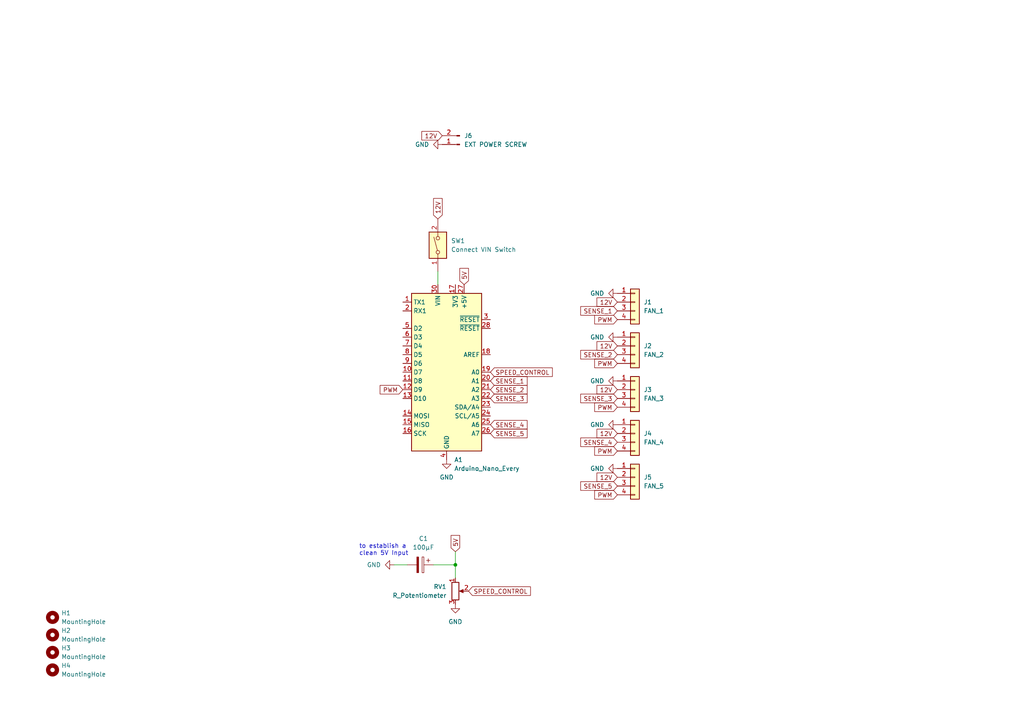
<source format=kicad_sch>
(kicad_sch (version 20230121) (generator eeschema)
  (paper "A4")
  (lib_symbols
    (symbol "Connector:Conn_01x02_Pin" (pin_names (offset 1.016) hide)
      (property "Reference" "J" (at 0 2.54 0))
      (property "Value" "Conn_01x02_Pin" (at 0 -5.08 0))
      (symbol "Conn_01x02_Pin_1_1"
        (polyline (pts (xy 1.27 -2.54) (xy 0.8636 -2.54)) (stroke (width 0.1524)))
        (polyline (pts (xy 1.27 0) (xy 0.8636 0)) (stroke (width 0.1524)))
        (rectangle (start 0.8636 -2.413) (end 0 -2.667) (stroke (width 0.1524)) (fill (type outline)))
        (rectangle (start 0.8636 0.127) (end 0 -0.127) (stroke (width 0.1524)) (fill (type outline)))
        (pin passive line (at 5.08 0 180) (length 3.81) (name "Pin_1") (number "1"))
        (pin passive line (at 5.08 -2.54 180) (length 3.81) (name "Pin_2") (number "2"))
      )
    )
    (symbol "Connector_Generic:Conn_01x04" (pin_names (offset 1.016) hide)
      (property "Reference" "J" (at 0 5.08 0))
      (property "Value" "Conn_01x04" (at 0 -7.62 0))
      (symbol "Conn_01x04_1_1"
        (rectangle (start -1.27 -4.953) (end 0 -5.207) (stroke (width 0.1524)))
        (rectangle (start -1.27 -2.413) (end 0 -2.667) (stroke (width 0.1524)))
        (rectangle (start -1.27 0.127) (end 0 -0.127) (stroke (width 0.1524)))
        (rectangle (start -1.27 2.667) (end 0 2.413) (stroke (width 0.1524)))
        (rectangle (start -1.27 3.81) (end 1.27 -6.35) (stroke (width 0.254)) (fill (type background)))
        (pin passive line (at -5.08 2.54 0) (length 3.81) (name "Pin_1") (number "1"))
        (pin passive line (at -5.08 0 0) (length 3.81) (name "Pin_2") (number "2"))
        (pin passive line (at -5.08 -2.54 0) (length 3.81) (name "Pin_3") (number "3"))
        (pin passive line (at -5.08 -5.08 0) (length 3.81) (name "Pin_4") (number "4"))
      )
    )
    (symbol "Device:C_Polarized" (pin_numbers hide) (pin_names (offset 0.254))
      (property "Reference" "C" (at 0.635 2.54 0))
      (property "Value" "C_Polarized" (at 0.635 -2.54 0))
      (symbol "C_Polarized_0_1"
        (rectangle (start -2.286 0.508) (end 2.286 1.016))
        (polyline (pts (xy -1.778 2.286) (xy -0.762 2.286)))
        (polyline (pts (xy -1.27 2.794) (xy -1.27 1.778)))
        (rectangle (start 2.286 -0.508) (end -2.286 -1.016) (fill (type outline)))
      )
      (symbol "C_Polarized_1_1"
        (pin passive line (at 0 3.81 270) (length 2.794) (name "~") (number "1"))
        (pin passive line (at 0 -3.81 90) (length 2.794) (name "~") (number "2"))
      )
    )
    (symbol "Device:R_Potentiometer" (pin_names (offset 1.016) hide)
      (property "Reference" "RV" (at -4.445 0 90))
      (property "Value" "R_Potentiometer" (at -2.54 0 90))
      (symbol "R_Potentiometer_0_1"
        (polyline (pts (xy 2.54 0) (xy 1.524 0)))
        (polyline (pts (xy 1.143 0) (xy 2.286 0.508) (xy 2.286 -0.508) (xy 1.143 0)) (fill (type outline)))
        (rectangle (start 1.016 2.54) (end -1.016 -2.54) (stroke (width 0.254)))
      )
      (symbol "R_Potentiometer_1_1"
        (pin passive line (at 0 3.81 270) (length 1.27) (name "1") (number "1"))
        (pin passive line (at 3.81 0 180) (length 1.27) (name "2") (number "2"))
        (pin passive line (at 0 -3.81 90) (length 1.27) (name "3") (number "3"))
      )
    )
    (symbol "MCU_Module:Arduino_Nano_Every"
      (property "Reference" "A" (at -10.16 23.495 0))
      (property "Value" "Arduino_Nano_Every" (at 5.08 -24.13 0))
      (symbol "Arduino_Nano_Every_0_1"
        (rectangle (start -10.16 22.86) (end 10.16 -22.86) (stroke (width 0.254)) (fill (type background)))
      )
      (symbol "Arduino_Nano_Every_1_1"
        (pin bidirectional line (at -12.7 20.32 0) (length 2.54) (name "TX1") (number "1"))
        (pin bidirectional line (at -12.7 0 0) (length 2.54) (name "D7") (number "10"))
        (pin bidirectional line (at -12.7 -2.54 0) (length 2.54) (name "D8") (number "11"))
        (pin bidirectional line (at -12.7 -5.08 0) (length 2.54) (name "D9") (number "12"))
        (pin bidirectional line (at -12.7 -7.62 0) (length 2.54) (name "D10") (number "13"))
        (pin bidirectional line (at -12.7 -12.7 0) (length 2.54) (name "MOSI") (number "14"))
        (pin bidirectional line (at -12.7 -15.24 0) (length 2.54) (name "MISO") (number "15"))
        (pin bidirectional line (at -12.7 -17.78 0) (length 2.54) (name "SCK") (number "16"))
        (pin power_out line (at 2.54 25.4 270) (length 2.54) (name "3V3") (number "17"))
        (pin input line (at 12.7 5.08 180) (length 2.54) (name "AREF") (number "18"))
        (pin bidirectional line (at 12.7 0 180) (length 2.54) (name "A0") (number "19"))
        (pin bidirectional line (at -12.7 17.78 0) (length 2.54) (name "RX1") (number "2"))
        (pin bidirectional line (at 12.7 -2.54 180) (length 2.54) (name "A1") (number "20"))
        (pin bidirectional line (at 12.7 -5.08 180) (length 2.54) (name "A2") (number "21"))
        (pin bidirectional line (at 12.7 -7.62 180) (length 2.54) (name "A3") (number "22"))
        (pin bidirectional line (at 12.7 -10.16 180) (length 2.54) (name "SDA/A4") (number "23"))
        (pin bidirectional line (at 12.7 -12.7 180) (length 2.54) (name "SCL/A5") (number "24"))
        (pin bidirectional line (at 12.7 -15.24 180) (length 2.54) (name "A6") (number "25"))
        (pin bidirectional line (at 12.7 -17.78 180) (length 2.54) (name "A7") (number "26"))
        (pin power_out line (at 5.08 25.4 270) (length 2.54) (name "+5V") (number "27"))
        (pin input line (at 12.7 12.7 180) (length 2.54) (name "~{RESET}") (number "28"))
        (pin passive line (at 0 -25.4 90) (length 2.54) hide (name "GND") (number "29"))
        (pin input line (at 12.7 15.24 180) (length 2.54) (name "~{RESET}") (number "3"))
        (pin power_in line (at -2.54 25.4 270) (length 2.54) (name "VIN") (number "30"))
        (pin power_in line (at 0 -25.4 90) (length 2.54) (name "GND") (number "4"))
        (pin bidirectional line (at -12.7 12.7 0) (length 2.54) (name "D2") (number "5"))
        (pin bidirectional line (at -12.7 10.16 0) (length 2.54) (name "D3") (number "6"))
        (pin bidirectional line (at -12.7 7.62 0) (length 2.54) (name "D4") (number "7"))
        (pin bidirectional line (at -12.7 5.08 0) (length 2.54) (name "D5") (number "8"))
        (pin bidirectional line (at -12.7 2.54 0) (length 2.54) (name "D6") (number "9"))
      )
    )
    (symbol "Mechanical:MountingHole" (pin_names (offset 1.016))
      (property "Reference" "H" (at 0 5.08 0))
      (property "Value" "MountingHole" (at 0 3.175 0))
      (symbol "MountingHole_0_1"
        (circle (center 0 0) (radius 1.27) (stroke (width 1.27)))
      )
    )
    (symbol "Switch:SW_DIP_x01" (pin_names (offset 0) hide)
      (property "Reference" "SW" (at 0 3.81 0))
      (property "Value" "SW_DIP_x01" (at 0 -3.81 0))
      (symbol "SW_DIP_x01_0_0"
        (circle (center -2.032 0) (radius 0.508))
        (polyline (pts (xy -1.524 0.127) (xy 2.3622 1.1684)))
        (circle (center 2.032 0) (radius 0.508))
      )
      (symbol "SW_DIP_x01_0_1"
        (rectangle (start -3.81 2.54) (end 3.81 -2.54) (stroke (width 0.254)) (fill (type background)))
      )
      (symbol "SW_DIP_x01_1_1"
        (pin passive line (at -7.62 0 0) (length 5.08) (name "~") (number "1"))
        (pin passive line (at 7.62 0 180) (length 5.08) (name "~") (number "2"))
      )
    )
    (symbol "power:GND" (power) (pin_names (offset 0))
      (property "Value" "GND" (at 0 -3.81 0))
      (symbol "GND_0_1"
        (polyline (pts (xy 0 0) (xy 0 -1.27) (xy 1.27 -1.27) (xy 0 -2.54) (xy -1.27 -1.27) (xy 0 -1.27)))
      )
      (symbol "GND_1_1"
        (pin power_in line (at 0 0 270) (length 0) hide (name "GND") (number "1"))
      )
    )
  )
  (junction (at 132.08 163.83))
  (wire (pts (xy 127 78.74) (xy 127 82.55)))
  (wire (pts (xy 132.08 163.83) (xy 132.08 167.64)))
  (wire (pts (xy 114.3 163.83) (xy 118.11 163.83)))
  (wire (pts (xy 125.73 163.83) (xy 132.08 163.83)))
  (wire (pts (xy 132.08 160.02) (xy 132.08 163.83)))
  (text "to establish a \nclean 5V Input" (at 104.14 161.29 0) (effects (font (size 1.27 1.27)) (justify left bottom)))
  (global_label "SENSE_1" (shape input) (at 179.07 90.17 180) (property "Intersheetrefs" "${INTERSHEET_REFS}" (effects hide)))
  (global_label "5V" (shape input) (at 134.62 82.55 90) (property "Intersheetrefs" "${INTERSHEET_REFS}" (effects hide)))
  (global_label "SENSE_4" (shape input) (at 179.07 128.27 180) (property "Intersheetrefs" "${INTERSHEET_REFS}" (effects hide)))
  (global_label "SENSE_3" (shape input) (at 179.07 115.57 180) (property "Intersheetrefs" "${INTERSHEET_REFS}" (effects hide)))
  (global_label "12V" (shape input) (at 179.07 138.43 180) (property "Intersheetrefs" "${INTERSHEET_REFS}" (effects hide)))
  (global_label "PWM" (shape input) (at 179.07 143.51 180) (property "Intersheetrefs" "${INTERSHEET_REFS}" (effects hide)))
  (global_label "SENSE_5" (shape input) (at 142.24 125.73 0) (property "Intersheetrefs" "${INTERSHEET_REFS}" (effects hide)))
  (global_label "SENSE_4" (shape input) (at 142.24 123.19 0) (property "Intersheetrefs" "${INTERSHEET_REFS}" (effects hide)))
  (global_label "5V" (shape input) (at 132.08 160.02 90) (property "Intersheetrefs" "${INTERSHEET_REFS}" (effects hide)))
  (global_label "12V" (shape input) (at 127 63.5 90) (property "Intersheetrefs" "${INTERSHEET_REFS}" (effects hide)))
  (global_label "12V" (shape input) (at 179.07 113.03 180) (property "Intersheetrefs" "${INTERSHEET_REFS}" (effects hide)))
  (global_label "12V" (shape input) (at 179.07 87.63 180) (property "Intersheetrefs" "${INTERSHEET_REFS}" (effects hide)))
  (global_label "12V" (shape input) (at 179.07 100.33 180) (property "Intersheetrefs" "${INTERSHEET_REFS}" (effects hide)))
  (global_label "PWM" (shape input) (at 179.07 105.41 180) (property "Intersheetrefs" "${INTERSHEET_REFS}" (effects hide)))
  (global_label "SPEED_CONTROL" (shape input) (at 135.89 171.45 0) (property "Intersheetrefs" "${INTERSHEET_REFS}" (effects hide)))
  (global_label "PWM" (shape input) (at 179.07 92.71 180) (property "Intersheetrefs" "${INTERSHEET_REFS}" (effects hide)))
  (global_label "PWM" (shape input) (at 116.84 113.03 180) (property "Intersheetrefs" "${INTERSHEET_REFS}" (effects hide)))
  (global_label "SENSE_1" (shape input) (at 142.24 110.49 0) (property "Intersheetrefs" "${INTERSHEET_REFS}" (effects hide)))
  (global_label "PWM" (shape input) (at 179.07 130.81 180) (property "Intersheetrefs" "${INTERSHEET_REFS}" (effects hide)))
  (global_label "SPEED_CONTROL" (shape input) (at 142.24 107.95 0) (property "Intersheetrefs" "${INTERSHEET_REFS}" (effects hide)))
  (global_label "SENSE_5" (shape input) (at 179.07 140.97 180) (property "Intersheetrefs" "${INTERSHEET_REFS}" (effects hide)))
  (global_label "12V" (shape input) (at 128.27 39.37 180) (property "Intersheetrefs" "${INTERSHEET_REFS}" (effects hide)))
  (global_label "SENSE_2" (shape input) (at 142.24 113.03 0) (property "Intersheetrefs" "${INTERSHEET_REFS}" (effects hide)))
  (global_label "12V" (shape input) (at 179.07 125.73 180) (property "Intersheetrefs" "${INTERSHEET_REFS}" (effects hide)))
  (global_label "SENSE_2" (shape input) (at 179.07 102.87 180) (property "Intersheetrefs" "${INTERSHEET_REFS}" (effects hide)))
  (global_label "PWM" (shape input) (at 179.07 118.11 180) (property "Intersheetrefs" "${INTERSHEET_REFS}" (effects hide)))
  (global_label "SENSE_3" (shape input) (at 142.24 115.57 0) (property "Intersheetrefs" "${INTERSHEET_REFS}" (effects hide)))
  (symbol (lib_id "power:GND") (at 114.3 163.83 270) (unit 1)
    (property "Reference" "#PWR08" (effects hide))
    (property "Value" "GND" (at 110.49 163.83 90) (effects (justify right)))
  )
  (symbol (lib_id "power:GND") (at 179.07 97.79 270) (unit 1)
    (property "Reference" "#PWR02" (effects hide))
    (property "Value" "GND" (at 175.26 97.79 90) (effects (justify right)))
  )
  (symbol (lib_id "Connector_Generic:Conn_01x04") (at 184.15 138.43 0) (unit 1)
    (property "Reference" "J5" (at 186.69 138.43 0) (effects (justify left)))
    (property "Value" "FAN_5" (at 186.69 140.97 0) (effects (justify left)))
    (property "Footprint" "Connector:FanPinHeader_1x04_P2.54mm_Vertical" (effects hide))
  )
  (symbol (lib_id "power:GND") (at 129.54 133.35 0) (unit 1)
    (property "Reference" "#PWR09" (effects hide))
    (property "Value" "GND" (at 129.54 138.43 0))
  )
  (symbol (lib_id "Mechanical:MountingHole") (at 15.24 194.31 180) (unit 1)
    (property "Reference" "H4" (at 17.78 193.04 0) (effects (justify right)))
    (property "Value" "MountingHole" (at 17.78 195.58 0) (effects (justify right)))
    (property "Footprint" "MountingHole:MountingHole_3.2mm_M3" (effects hide))
  )
  (symbol (lib_id "Connector_Generic:Conn_01x04") (at 184.15 87.63 0) (unit 1)
    (property "Reference" "J1" (at 186.69 87.63 0) (effects (justify left)))
    (property "Value" "FAN_1" (at 186.69 90.17 0) (effects (justify left)))
    (property "Footprint" "Connector:FanPinHeader_1x04_P2.54mm_Vertical" (effects hide))
  )
  (symbol (lib_id "Connector:Conn_01x02_Pin") (at 133.35 41.91 180) (unit 1)
    (property "Reference" "J6" (at 134.62 39.37 0) (effects (justify right)))
    (property "Value" "EXT POWER SCREW" (at 134.62 41.91 0) (effects (justify right)))
    (property "Footprint" "TerminalBlock:TerminalBlock_bornier-2_P5.08mm" (effects hide))
  )
  (symbol (lib_id "power:GND") (at 132.08 175.26 0) (unit 1)
    (property "Reference" "#PWR06" (effects hide))
    (property "Value" "GND" (at 132.08 180.34 0))
  )
  (symbol (lib_id "Connector_Generic:Conn_01x04") (at 184.15 113.03 0) (unit 1)
    (property "Reference" "J3" (at 186.69 113.03 0) (effects (justify left)))
    (property "Value" "FAN_3" (at 186.69 115.57 0) (effects (justify left)))
    (property "Footprint" "Connector:FanPinHeader_1x04_P2.54mm_Vertical" (effects hide))
  )
  (symbol (lib_id "Connector_Generic:Conn_01x04") (at 184.15 100.33 0) (unit 1)
    (property "Reference" "J2" (at 186.69 100.33 0) (effects (justify left)))
    (property "Value" "FAN_2" (at 186.69 102.87 0) (effects (justify left)))
    (property "Footprint" "Connector:FanPinHeader_1x04_P2.54mm_Vertical" (effects hide))
  )
  (symbol (lib_id "power:GND") (at 179.07 85.09 270) (unit 1)
    (property "Reference" "#PWR01" (effects hide))
    (property "Value" "GND" (at 175.26 85.09 90) (effects (justify right)))
  )
  (symbol (lib_id "Device:C_Polarized") (at 121.92 163.83 270) (unit 1)
    (property "Reference" "C1" (at 122.809 156.21 90))
    (property "Value" "100µF" (at 122.809 158.75 90))
    (property "Footprint" "Capacitor_THT:CP_Radial_D6.3mm_P2.50mm" (effects hide))
  )
  (symbol (lib_id "Connector_Generic:Conn_01x04") (at 184.15 125.73 0) (unit 1)
    (property "Reference" "J4" (at 186.69 125.73 0) (effects (justify left)))
    (property "Value" "FAN_4" (at 186.69 128.27 0) (effects (justify left)))
    (property "Footprint" "Connector:FanPinHeader_1x04_P2.54mm_Vertical" (effects hide))
  )
  (symbol (lib_id "Mechanical:MountingHole") (at 15.24 184.15 180) (unit 1)
    (property "Reference" "H2" (at 17.78 182.88 0) (effects (justify right)))
    (property "Value" "MountingHole" (at 17.78 185.42 0) (effects (justify right)))
    (property "Footprint" "MountingHole:MountingHole_3.2mm_M3" (effects hide))
  )
  (symbol (lib_id "Switch:SW_DIP_x01") (at 127 71.12 90) (unit 1)
    (property "Reference" "SW1" (at 130.81 69.85 90) (effects (justify right)))
    (property "Value" "Connect VIN Switch" (at 130.81 72.39 90) (effects (justify right)))
    (property "Footprint" "Button_Switch_THT:SW_DIP_SPSTx01_Slide_9.78x4.72mm_W7.62mm_P2.54mm" (effects hide))
  )
  (symbol (lib_id "power:GND") (at 179.07 123.19 270) (unit 1)
    (property "Reference" "#PWR04" (effects hide))
    (property "Value" "GND" (at 175.26 123.19 90) (effects (justify right)))
  )
  (symbol (lib_id "Mechanical:MountingHole") (at 15.24 179.07 180) (unit 1)
    (property "Reference" "H1" (at 17.78 177.8 0) (effects (justify right)))
    (property "Value" "MountingHole" (at 17.78 180.34 0) (effects (justify right)))
    (property "Footprint" "MountingHole:MountingHole_3.2mm_M3" (effects hide))
  )
  (symbol (lib_id "power:GND") (at 179.07 110.49 270) (unit 1)
    (property "Reference" "#PWR03" (effects hide))
    (property "Value" "GND" (at 175.26 110.49 90) (effects (justify right)))
  )
  (symbol (lib_id "Device:R_Potentiometer") (at 132.08 171.45 0) (unit 1)
    (property "Reference" "RV1" (at 129.54 170.18 0) (effects (justify right)))
    (property "Value" "R_Potentiometer" (at 129.54 172.72 0) (effects (justify right)))
    (property "Footprint" "Potentiometer_THT:Potentiometer_Piher_PC-16_Single_Vertical" (effects hide))
  )
  (symbol (lib_id "power:GND") (at 179.07 135.89 270) (unit 1)
    (property "Reference" "#PWR05" (effects hide))
    (property "Value" "GND" (at 175.26 135.89 90) (effects (justify right)))
  )
  (symbol (lib_id "Mechanical:MountingHole") (at 15.24 189.23 180) (unit 1)
    (property "Reference" "H3" (at 17.78 187.96 0) (effects (justify right)))
    (property "Value" "MountingHole" (at 17.78 190.5 0) (effects (justify right)))
    (property "Footprint" "MountingHole:MountingHole_3.2mm_M3" (effects hide))
  )
  (symbol (lib_id "MCU_Module:Arduino_Nano_Every") (at 129.54 107.95 0) (unit 1)
    (property "Reference" "A1" (at 131.7341 133.35 0) (effects (justify left)))
    (property "Value" "Arduino_Nano_Every" (at 131.7341 135.89 0) (effects (justify left)))
    (property "Footprint" "Module:Arduino_Nano" (effects hide))
    (property "Datasheet" "https://content.arduino.cc/assets/NANOEveryV3.0_sch.pdf" (effects hide))
  )
  (symbol (lib_id "power:GND") (at 128.27 41.91 270) (unit 1)
    (property "Reference" "#PWR07" (effects hide))
    (property "Value" "GND" (at 124.46 41.91 90) (effects (justify right)))
  )
)
</source>
